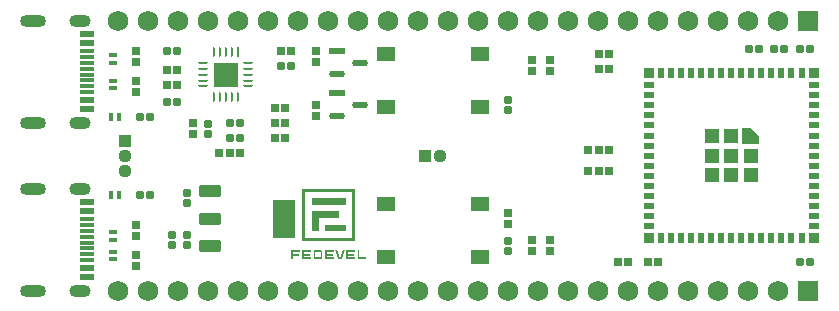
<source format=gts>
G04*
G04 #@! TF.GenerationSoftware,Altium Limited,Altium Designer,24.5.1 (21)*
G04*
G04 Layer_Color=8388736*
%FSLAX25Y25*%
%MOIN*%
G70*
G04*
G04 #@! TF.SameCoordinates,768C5CE1-1E73-4EAB-B0B2-AB3AEEDBA731*
G04*
G04*
G04 #@! TF.FilePolarity,Negative*
G04*
G01*
G75*
%ADD19R,0.04528X0.01181*%
%ADD20R,0.04528X0.02362*%
G04:AMPARAMS|DCode=28|XSize=53.43mil|YSize=22.53mil|CornerRadius=11.26mil|HoleSize=0mil|Usage=FLASHONLY|Rotation=0.000|XOffset=0mil|YOffset=0mil|HoleType=Round|Shape=RoundedRectangle|*
%AMROUNDEDRECTD28*
21,1,0.05343,0.00000,0,0,0.0*
21,1,0.03091,0.02253,0,0,0.0*
1,1,0.02253,0.01545,0.00000*
1,1,0.02253,-0.01545,0.00000*
1,1,0.02253,-0.01545,0.00000*
1,1,0.02253,0.01545,0.00000*
%
%ADD28ROUNDEDRECTD28*%
%ADD29R,0.05343X0.02253*%
G04:AMPARAMS|DCode=31|XSize=9.55mil|YSize=33.06mil|CornerRadius=4.77mil|HoleSize=0mil|Usage=FLASHONLY|Rotation=270.000|XOffset=0mil|YOffset=0mil|HoleType=Round|Shape=RoundedRectangle|*
%AMROUNDEDRECTD31*
21,1,0.00955,0.02351,0,0,270.0*
21,1,0.00000,0.03306,0,0,270.0*
1,1,0.00955,-0.01176,0.00000*
1,1,0.00955,-0.01176,0.00000*
1,1,0.00955,0.01176,0.00000*
1,1,0.00955,0.01176,0.00000*
%
%ADD31ROUNDEDRECTD31*%
G04:AMPARAMS|DCode=32|XSize=33.06mil|YSize=9.55mil|CornerRadius=4.77mil|HoleSize=0mil|Usage=FLASHONLY|Rotation=270.000|XOffset=0mil|YOffset=0mil|HoleType=Round|Shape=RoundedRectangle|*
%AMROUNDEDRECTD32*
21,1,0.03306,0.00000,0,0,270.0*
21,1,0.02351,0.00955,0,0,270.0*
1,1,0.00955,0.00000,-0.01176*
1,1,0.00955,0.00000,0.01176*
1,1,0.00955,0.00000,0.01176*
1,1,0.00955,0.00000,-0.01176*
%
%ADD32ROUNDEDRECTD32*%
%ADD33R,0.00955X0.03306*%
%ADD34R,0.06102X0.05118*%
%ADD37R,0.02526X0.02762*%
%ADD38R,0.02762X0.02526*%
G04:AMPARAMS|DCode=39|XSize=27.62mil|YSize=25.26mil|CornerRadius=7.63mil|HoleSize=0mil|Usage=FLASHONLY|Rotation=270.000|XOffset=0mil|YOffset=0mil|HoleType=Round|Shape=RoundedRectangle|*
%AMROUNDEDRECTD39*
21,1,0.02762,0.00999,0,0,270.0*
21,1,0.01235,0.02526,0,0,270.0*
1,1,0.01527,-0.00500,-0.00618*
1,1,0.01527,-0.00500,0.00618*
1,1,0.01527,0.00500,0.00618*
1,1,0.01527,0.00500,-0.00618*
%
%ADD39ROUNDEDRECTD39*%
%ADD40R,0.01778X0.02762*%
%ADD41R,0.02762X0.01778*%
G04:AMPARAMS|DCode=42|XSize=27.62mil|YSize=25.26mil|CornerRadius=7.63mil|HoleSize=0mil|Usage=FLASHONLY|Rotation=180.000|XOffset=0mil|YOffset=0mil|HoleType=Round|Shape=RoundedRectangle|*
%AMROUNDEDRECTD42*
21,1,0.02762,0.00999,0,0,180.0*
21,1,0.01235,0.02526,0,0,180.0*
1,1,0.01527,-0.00618,0.00500*
1,1,0.01527,0.00618,0.00500*
1,1,0.01527,0.00618,-0.00500*
1,1,0.01527,-0.00618,-0.00500*
%
%ADD42ROUNDEDRECTD42*%
%ADD43R,0.03550X0.03550*%
%ADD44R,0.01975X0.03550*%
%ADD45R,0.03550X0.01975*%
%ADD46R,0.05124X0.05124*%
%ADD47R,0.03156X0.02762*%
%ADD48R,0.08071X0.08071*%
G04:AMPARAMS|DCode=49|XSize=39.43mil|YSize=72.9mil|CornerRadius=3.95mil|HoleSize=0mil|Usage=FLASHONLY|Rotation=90.000|XOffset=0mil|YOffset=0mil|HoleType=Round|Shape=RoundedRectangle|*
%AMROUNDEDRECTD49*
21,1,0.03943,0.06500,0,0,90.0*
21,1,0.03154,0.07290,0,0,90.0*
1,1,0.00790,0.03250,0.01577*
1,1,0.00790,0.03250,-0.01577*
1,1,0.00790,-0.03250,-0.01577*
1,1,0.00790,-0.03250,0.01577*
%
%ADD49ROUNDEDRECTD49*%
G04:AMPARAMS|DCode=50|XSize=129.98mil|YSize=72.9mil|CornerRadius=4.07mil|HoleSize=0mil|Usage=FLASHONLY|Rotation=90.000|XOffset=0mil|YOffset=0mil|HoleType=Round|Shape=RoundedRectangle|*
%AMROUNDEDRECTD50*
21,1,0.12998,0.06476,0,0,90.0*
21,1,0.12185,0.07290,0,0,90.0*
1,1,0.00813,0.03238,0.06093*
1,1,0.00813,0.03238,-0.06093*
1,1,0.00813,-0.03238,-0.06093*
1,1,0.00813,-0.03238,0.06093*
%
%ADD50ROUNDEDRECTD50*%
%ADD51R,0.04400X0.04400*%
%ADD52C,0.04400*%
G04:AMPARAMS|DCode=53|XSize=39.37mil|YSize=70.87mil|CornerRadius=19.68mil|HoleSize=0mil|Usage=FLASHONLY|Rotation=270.000|XOffset=0mil|YOffset=0mil|HoleType=Round|Shape=RoundedRectangle|*
%AMROUNDEDRECTD53*
21,1,0.03937,0.03150,0,0,270.0*
21,1,0.00000,0.07087,0,0,270.0*
1,1,0.03937,-0.01575,0.00000*
1,1,0.03937,-0.01575,0.00000*
1,1,0.03937,0.01575,0.00000*
1,1,0.03937,0.01575,0.00000*
%
%ADD53ROUNDEDRECTD53*%
G04:AMPARAMS|DCode=54|XSize=39.37mil|YSize=86.61mil|CornerRadius=19.68mil|HoleSize=0mil|Usage=FLASHONLY|Rotation=270.000|XOffset=0mil|YOffset=0mil|HoleType=Round|Shape=RoundedRectangle|*
%AMROUNDEDRECTD54*
21,1,0.03937,0.04724,0,0,270.0*
21,1,0.00000,0.08661,0,0,270.0*
1,1,0.03937,-0.02362,0.00000*
1,1,0.03937,-0.02362,0.00000*
1,1,0.03937,0.02362,0.00000*
1,1,0.03937,0.02362,0.00000*
%
%ADD54ROUNDEDRECTD54*%
%ADD55R,0.06800X0.06800*%
%ADD56C,0.06800*%
%ADD57R,0.04400X0.04400*%
G36*
X248756Y56693D02*
Y53740D01*
X243244D01*
Y59252D01*
X246197D01*
X248756Y56693D01*
D02*
G37*
G36*
X96633Y39029D02*
X97089D01*
X114213Y39030D01*
X114221Y39022D01*
X114224Y39011D01*
X114226Y38993D01*
X114224Y21584D01*
X114214Y21572D01*
X114203Y21569D01*
X114168Y21572D01*
X96559Y21571D01*
X96548Y21579D01*
X96545Y21590D01*
X96543Y21617D01*
X96545Y39017D01*
X96557Y39032D01*
X96633Y39029D01*
D02*
G37*
G36*
X99498Y18420D02*
X99511Y18408D01*
X99513Y18373D01*
X99512Y17875D01*
X99513Y17844D01*
X99502Y17825D01*
X99488Y17818D01*
X97158Y17820D01*
X97149Y17816D01*
X97145Y17811D01*
X97140Y17790D01*
X97142Y17242D01*
X97149Y17235D01*
X99129Y17232D01*
X99135Y17225D01*
X99138Y17215D01*
X99135Y17163D01*
X99137Y16652D01*
X99131Y16638D01*
X99118Y16633D01*
X99079Y16634D01*
X97179Y16633D01*
X97171Y16635D01*
X97149Y16633D01*
X97145Y16629D01*
X97140Y16607D01*
X97142Y16056D01*
X97152Y16047D01*
X97167Y16045D01*
X99493Y16047D01*
X99511Y16035D01*
X99513Y16024D01*
X99512Y15990D01*
X99513Y15503D01*
X99511Y15494D01*
X99513Y15475D01*
X99511Y15457D01*
X99504Y15450D01*
X99493Y15447D01*
X99474Y15444D01*
X99439Y15447D01*
X96556Y15446D01*
X96547Y15450D01*
X96540Y15457D01*
X96537Y15467D01*
X96540Y15511D01*
Y16116D01*
Y16118D01*
X96543Y18414D01*
X96549Y18420D01*
X96560Y18423D01*
X99498Y18420D01*
D02*
G37*
G36*
X106985D02*
X106989Y18417D01*
X106991Y18398D01*
X106989Y17828D01*
X106976Y17816D01*
X106925Y17818D01*
X104635Y17816D01*
X104623Y17803D01*
X104620Y17793D01*
X104619Y17251D01*
X104626Y17242D01*
X104630Y17238D01*
X104648Y17235D01*
X106604Y17232D01*
X106616Y17223D01*
X106619Y17212D01*
X106616Y17185D01*
X106617Y16657D01*
X106612Y16644D01*
X106606Y16638D01*
X106585Y16633D01*
X106548Y16634D01*
X104989Y16633D01*
X104986D01*
X104647Y16634D01*
X104636Y16631D01*
X104627Y16625D01*
X104623Y16621D01*
X104620Y16610D01*
X104623Y16059D01*
X104630Y16052D01*
X104643Y16047D01*
X106972Y16048D01*
X106983Y16045D01*
X106989Y16040D01*
X106991Y16029D01*
X106994Y16016D01*
X106991Y16007D01*
X106993Y15463D01*
X106990Y15452D01*
X106985Y15447D01*
X106966Y15444D01*
X106930Y15447D01*
X104056Y15446D01*
X104026Y15449D01*
X104017Y15455D01*
X104013Y15470D01*
X104015Y15489D01*
X104018Y18411D01*
X104022Y18418D01*
X104041Y18423D01*
X106985Y18420D01*
D02*
G37*
G36*
X95761D02*
X95765Y18417D01*
X95770Y18403D01*
X95768Y17830D01*
X95755Y17818D01*
X95736Y17816D01*
X95728Y17818D01*
X93414Y17816D01*
X93407Y17809D01*
X93402Y17790D01*
X93405Y17242D01*
X93409Y17235D01*
X93422Y17230D01*
X95388Y17227D01*
X95395Y17220D01*
X95398Y17209D01*
X95399Y16654D01*
X95396Y16641D01*
X95389Y16631D01*
X95377Y16627D01*
X95367Y16625D01*
X94867D01*
X93421Y16626D01*
X93411Y16619D01*
X93407Y16615D01*
X93402Y16602D01*
X93403Y15461D01*
X93396Y15451D01*
X93384Y15447D01*
X93345Y15446D01*
X92849Y15447D01*
X92841Y15444D01*
X92812Y15447D01*
X92797Y15459D01*
X92794Y15470D01*
X92797Y15481D01*
X92800Y18408D01*
X92806Y18418D01*
X92825Y18423D01*
X95761Y18420D01*
D02*
G37*
G36*
X114157D02*
X114167Y18411D01*
X114170Y18384D01*
X114167Y17833D01*
X114160Y17824D01*
X114147Y17818D01*
X113334D01*
X111808Y17816D01*
X111798Y17809D01*
X111793Y17795D01*
X111792Y17251D01*
X111797Y17240D01*
X111811Y17235D01*
X113787Y17232D01*
X113800Y17220D01*
X113797Y17161D01*
X113798Y16654D01*
X113794Y16645D01*
X113787Y16638D01*
X113766Y16633D01*
X113729Y16634D01*
X111851Y16633D01*
X111843Y16635D01*
X111824Y16633D01*
X111802Y16630D01*
X111796Y16623D01*
X111793Y16604D01*
X111796Y16059D01*
X111800Y16052D01*
X111819Y16047D01*
X114157Y16044D01*
X114167Y16037D01*
X114170Y16026D01*
X114167Y15454D01*
X114163Y15450D01*
X114152Y15447D01*
X114110Y15446D01*
X111257Y15447D01*
X111249Y15444D01*
X111222Y15447D01*
X111203Y15450D01*
X111196Y15457D01*
X111195Y15471D01*
X111197Y18404D01*
X111202Y18414D01*
X111208Y18420D01*
X111227Y18423D01*
X114157Y18420D01*
D02*
G37*
G36*
X110666D02*
X110670Y18417D01*
X110672Y18403D01*
X110670Y18395D01*
X110663Y18377D01*
X110651Y18349D01*
X110644Y18318D01*
X110638Y18304D01*
X110626Y18276D01*
X110624Y18265D01*
X110617Y18237D01*
X110611Y18223D01*
X110599Y18195D01*
X110594Y18173D01*
X110584Y18148D01*
X110572Y18119D01*
X110566Y18088D01*
X110555Y18061D01*
X110548Y18046D01*
X110543Y18025D01*
X110540Y18009D01*
X110526Y17979D01*
X110521Y17966D01*
X110517Y17948D01*
X110514Y17934D01*
X110503Y17907D01*
X110497Y17892D01*
X110491Y17874D01*
X110489Y17863D01*
X110482Y17845D01*
X110472Y17828D01*
X110467Y17809D01*
X110464Y17790D01*
X110462Y17779D01*
X110443Y17739D01*
X110440Y17720D01*
X110435Y17698D01*
X110424Y17679D01*
X110418Y17666D01*
X110416Y17655D01*
X110413Y17636D01*
X110410Y17625D01*
X110397Y17601D01*
X110391Y17587D01*
X110389Y17577D01*
X110382Y17548D01*
X110370Y17528D01*
X110364Y17509D01*
X110360Y17486D01*
X110358Y17475D01*
X110343Y17447D01*
X110337Y17425D01*
X110333Y17402D01*
X110328Y17389D01*
X110316Y17369D01*
X110313Y17350D01*
X110310Y17339D01*
X110306Y17321D01*
X110297Y17307D01*
X110286Y17282D01*
X110283Y17261D01*
X110278Y17247D01*
X110267Y17223D01*
X110259Y17196D01*
X110256Y17180D01*
X110251Y17166D01*
X110240Y17142D01*
X110235Y17123D01*
X110231Y17105D01*
X110220Y17076D01*
X110216Y17072D01*
X110208Y17042D01*
X110204Y17022D01*
X110196Y17005D01*
X110183Y16977D01*
X110181Y16966D01*
X110175Y16942D01*
X110162Y16912D01*
X110156Y16893D01*
X110154Y16883D01*
X110150Y16868D01*
X110143Y16850D01*
X110135Y16831D01*
X110129Y16812D01*
X110125Y16795D01*
X110117Y16773D01*
X110110Y16758D01*
X110102Y16731D01*
X110100Y16715D01*
X110086Y16693D01*
X110081Y16680D01*
X110075Y16648D01*
X110069Y16630D01*
X110056Y16607D01*
X110054Y16596D01*
X110044Y16554D01*
X110029Y16526D01*
X110027Y16515D01*
X110024Y16496D01*
X110021Y16486D01*
X110003Y16445D01*
X109999Y16428D01*
X109996Y16417D01*
X109990Y16403D01*
X109978Y16383D01*
X109974Y16360D01*
X109971Y16344D01*
X109963Y16322D01*
X109959Y16318D01*
X109951Y16299D01*
X109949Y16280D01*
X109946Y16270D01*
X109942Y16255D01*
X109927Y16226D01*
X109924Y16216D01*
X109920Y16193D01*
X109917Y16179D01*
X109903Y16151D01*
X109897Y16132D01*
X109893Y16117D01*
X109882Y16090D01*
X109876Y16075D01*
X109870Y16053D01*
X109868Y16037D01*
X109861Y16025D01*
X109859Y16024D01*
X109857Y16018D01*
X109843Y15989D01*
X109836Y15971D01*
X109830Y15964D01*
X109827Y15959D01*
X109819Y15940D01*
X109815Y15923D01*
X109811Y15913D01*
X109799Y15898D01*
X109792Y15881D01*
X109788Y15866D01*
X109781Y15856D01*
X109776Y15851D01*
X109773Y15845D01*
X109757Y15816D01*
X109743Y15802D01*
X109737Y15785D01*
X109727Y15770D01*
X109719Y15762D01*
X109703Y15732D01*
X109692Y15721D01*
X109678Y15697D01*
X109665Y15683D01*
X109654Y15664D01*
X109641Y15651D01*
X109638Y15646D01*
X109626Y15631D01*
X109611Y15619D01*
X109599Y15604D01*
X109593Y15601D01*
X109572Y15579D01*
X109553Y15569D01*
X109545Y15561D01*
X109539Y15558D01*
X109531Y15550D01*
X109507Y15536D01*
X109499Y15528D01*
X109473Y15519D01*
X109464Y15512D01*
X109458Y15507D01*
X109439Y15498D01*
X109425Y15494D01*
X109411Y15489D01*
X109388Y15477D01*
X109377Y15474D01*
X109358Y15471D01*
X109330Y15465D01*
X109291Y15452D01*
X109249Y15449D01*
X108998Y15446D01*
X108978Y15444D01*
X108969Y15447D01*
X108907Y15452D01*
X108899Y15455D01*
X108861Y15466D01*
X108851Y15469D01*
X108809Y15478D01*
X108775Y15496D01*
X108755Y15500D01*
X108745Y15504D01*
X108730Y15516D01*
X108716Y15523D01*
X108698Y15529D01*
X108686Y15542D01*
X108680Y15544D01*
X108656Y15558D01*
X108643Y15571D01*
X108629Y15579D01*
X108613Y15596D01*
X108608Y15598D01*
X108569Y15638D01*
X108566Y15643D01*
X108547Y15662D01*
X108539Y15675D01*
X108525Y15689D01*
X108514Y15708D01*
X108502Y15723D01*
X108490Y15746D01*
X108477Y15759D01*
X108474Y15765D01*
X108460Y15789D01*
X108452Y15797D01*
X108450Y15802D01*
X108436Y15827D01*
X108428Y15835D01*
X108425Y15840D01*
X108396Y15902D01*
X108386Y15928D01*
X108379Y15937D01*
X108374Y15943D01*
X108369Y15956D01*
X108356Y15990D01*
X108352Y15994D01*
X108342Y16018D01*
X108336Y16037D01*
X108317Y16078D01*
X108315Y16089D01*
X108308Y16117D01*
X108293Y16145D01*
X108290Y16156D01*
X108286Y16179D01*
X108284Y16190D01*
X108280Y16199D01*
X108266Y16229D01*
X108263Y16240D01*
X108259Y16263D01*
X108254Y16276D01*
X108242Y16296D01*
X108232Y16338D01*
X108227Y16352D01*
X108215Y16372D01*
X108211Y16395D01*
X108208Y16406D01*
X108200Y16428D01*
X108193Y16442D01*
X108188Y16461D01*
X108185Y16472D01*
X108181Y16487D01*
X108173Y16509D01*
X108166Y16523D01*
X108161Y16542D01*
X108157Y16560D01*
X108154Y16571D01*
X108144Y16591D01*
X108139Y16604D01*
X108134Y16623D01*
X108130Y16641D01*
X108115Y16672D01*
X108107Y16699D01*
X108100Y16727D01*
X108085Y16761D01*
X108080Y16783D01*
X108076Y16797D01*
X108069Y16815D01*
X108061Y16834D01*
X108055Y16853D01*
X108051Y16870D01*
X108043Y16892D01*
X108036Y16907D01*
X108028Y16934D01*
X108026Y16945D01*
X108019Y16962D01*
X108007Y16982D01*
X108003Y17005D01*
X108000Y17019D01*
X107997Y17030D01*
X107982Y17058D01*
X107977Y17080D01*
X107973Y17103D01*
X107968Y17116D01*
X107955Y17136D01*
X107950Y17169D01*
X107947Y17180D01*
X107941Y17197D01*
X107934Y17204D01*
X107928Y17217D01*
X107926Y17228D01*
X107919Y17257D01*
X107907Y17279D01*
X107901Y17298D01*
X107899Y17317D01*
X107896Y17328D01*
X107877Y17369D01*
X107868Y17411D01*
X107864Y17420D01*
X107855Y17433D01*
X107850Y17447D01*
X107846Y17473D01*
X107843Y17483D01*
X107839Y17493D01*
X107828Y17509D01*
X107823Y17528D01*
X107819Y17548D01*
X107811Y17570D01*
X107799Y17598D01*
X107792Y17629D01*
X107787Y17643D01*
X107780Y17658D01*
X107774Y17671D01*
X107772Y17682D01*
X107765Y17710D01*
X107760Y17724D01*
X107747Y17752D01*
X107741Y17783D01*
X107735Y17797D01*
X107723Y17817D01*
X107719Y17832D01*
X107716Y17848D01*
X107714Y17859D01*
X107708Y17872D01*
X107696Y17901D01*
X107691Y17922D01*
X107687Y17940D01*
X107681Y17953D01*
X107669Y17982D01*
X107667Y17992D01*
X107660Y18021D01*
X107652Y18037D01*
X107646Y18050D01*
X107642Y18065D01*
X107640Y18076D01*
X107635Y18091D01*
X107618Y18125D01*
X107613Y18157D01*
X107603Y18183D01*
X107599Y18187D01*
X107591Y18206D01*
X107587Y18229D01*
X107584Y18242D01*
X107579Y18256D01*
X107569Y18273D01*
X107564Y18292D01*
X107561Y18311D01*
X107552Y18337D01*
X107542Y18354D01*
X107537Y18373D01*
X107534Y18384D01*
X107530Y18399D01*
X107529Y18414D01*
X107536Y18420D01*
X107554Y18423D01*
X108127Y18420D01*
X108134Y18414D01*
X108136Y18408D01*
X108150Y18387D01*
X108155Y18368D01*
X108158Y18357D01*
X108170Y18323D01*
X108182Y18295D01*
X108186Y18277D01*
X108194Y18256D01*
X108207Y18227D01*
X108212Y18209D01*
X108216Y18191D01*
X108231Y18163D01*
X108239Y18130D01*
X108246Y18113D01*
X108250Y18109D01*
X108258Y18090D01*
X108265Y18061D01*
X108271Y18044D01*
X108274Y18038D01*
X108285Y18014D01*
X108289Y17997D01*
X108292Y17986D01*
X108297Y17972D01*
X108309Y17944D01*
X108317Y17917D01*
X108321Y17902D01*
X108336Y17874D01*
X108340Y17856D01*
X108343Y17845D01*
X108350Y17828D01*
X108363Y17798D01*
X108370Y17767D01*
X108375Y17753D01*
X108379Y17749D01*
X108382Y17744D01*
X108387Y17730D01*
X108390Y17720D01*
X108394Y17702D01*
X108400Y17689D01*
X108414Y17655D01*
X108417Y17644D01*
X108421Y17627D01*
X108427Y17613D01*
X108431Y17609D01*
X108442Y17585D01*
X108446Y17559D01*
X108451Y17546D01*
X108463Y17528D01*
X108467Y17510D01*
X108470Y17497D01*
X108473Y17486D01*
X108478Y17473D01*
X108490Y17450D01*
X108493Y17439D01*
X108497Y17421D01*
X108505Y17400D01*
X108517Y17371D01*
X108523Y17352D01*
X108527Y17335D01*
X108537Y17319D01*
X108544Y17301D01*
X108552Y17263D01*
X108566Y17244D01*
X108571Y17225D01*
X108575Y17205D01*
X108583Y17184D01*
X108593Y17166D01*
X108598Y17147D01*
X108602Y17130D01*
X108620Y17090D01*
X108625Y17072D01*
X108629Y17054D01*
X108633Y17045D01*
X108647Y17023D01*
X108650Y17004D01*
X108652Y16993D01*
X108656Y16978D01*
X108666Y16966D01*
X108671Y16953D01*
X108677Y16931D01*
X108680Y16914D01*
X108686Y16900D01*
X108698Y16880D01*
X108705Y16849D01*
X108710Y16835D01*
X108722Y16807D01*
X108728Y16788D01*
X108730Y16777D01*
X108737Y16760D01*
X108749Y16739D01*
X108752Y16729D01*
X108755Y16710D01*
X108757Y16699D01*
X108768Y16680D01*
X108779Y16656D01*
X108782Y16634D01*
X108787Y16621D01*
X108803Y16586D01*
X108806Y16575D01*
X108809Y16558D01*
X108828Y16518D01*
X108833Y16499D01*
X108837Y16479D01*
X108851Y16457D01*
X108857Y16434D01*
X108864Y16406D01*
X108882Y16372D01*
X108884Y16353D01*
X108887Y16342D01*
X108893Y16329D01*
X108903Y16313D01*
X108909Y16294D01*
X108913Y16274D01*
X108918Y16260D01*
X108930Y16237D01*
X108936Y16218D01*
X108942Y16190D01*
X108952Y16175D01*
X108957Y16170D01*
X108963Y16156D01*
X108974Y16137D01*
X108984Y16126D01*
X108987Y16121D01*
X109002Y16101D01*
X109007Y16098D01*
X109019Y16086D01*
X109022Y16080D01*
X109029Y16074D01*
X109048Y16066D01*
X109065Y16059D01*
X109080Y16052D01*
X109091Y16049D01*
X109121Y16052D01*
X109156Y16068D01*
X109161Y16071D01*
X109168Y16075D01*
X109171Y16080D01*
X109186Y16095D01*
X109191Y16098D01*
X109195Y16102D01*
X109198Y16107D01*
X109222Y16132D01*
X109225Y16142D01*
X109230Y16148D01*
X109233Y16153D01*
X109244Y16164D01*
X109249Y16183D01*
X109253Y16198D01*
X109271Y16232D01*
X109275Y16255D01*
X109277Y16265D01*
X109281Y16275D01*
X109292Y16291D01*
X109298Y16310D01*
X109302Y16330D01*
X109307Y16344D01*
X109319Y16367D01*
X109325Y16386D01*
X109331Y16414D01*
X109341Y16429D01*
X109349Y16448D01*
X109352Y16467D01*
X109354Y16477D01*
X109368Y16502D01*
X109373Y16515D01*
X109376Y16526D01*
X109380Y16549D01*
X109394Y16571D01*
X109400Y16588D01*
X109404Y16611D01*
X109412Y16633D01*
X109425Y16653D01*
X109429Y16670D01*
X109431Y16687D01*
X109434Y16698D01*
X109443Y16712D01*
X109452Y16731D01*
X109454Y16742D01*
X109461Y16770D01*
X109472Y16787D01*
X109479Y16804D01*
X109483Y16827D01*
X109485Y16838D01*
X109495Y16853D01*
X109503Y16872D01*
X109506Y16883D01*
X109510Y16903D01*
X109515Y16916D01*
X109527Y16937D01*
X109531Y16951D01*
X109537Y16978D01*
X109542Y16992D01*
X109549Y16999D01*
X109554Y17012D01*
X109560Y17034D01*
X109562Y17050D01*
X109573Y17069D01*
X109581Y17088D01*
X109584Y17099D01*
X109588Y17121D01*
X109597Y17136D01*
X109608Y17161D01*
X109612Y17184D01*
X109620Y17205D01*
X109624Y17209D01*
X109633Y17228D01*
X109638Y17250D01*
X109641Y17266D01*
X109657Y17293D01*
X109662Y17315D01*
X109668Y17339D01*
X109681Y17360D01*
X109687Y17379D01*
X109693Y17411D01*
X109711Y17444D01*
X109718Y17473D01*
X109726Y17494D01*
X109738Y17523D01*
X109746Y17555D01*
X109757Y17574D01*
X109762Y17587D01*
X109768Y17609D01*
X109770Y17625D01*
X109781Y17644D01*
X109786Y17650D01*
X109791Y17664D01*
X109793Y17681D01*
X109796Y17694D01*
X109813Y17728D01*
X109819Y17749D01*
X109823Y17764D01*
X109828Y17778D01*
X109843Y17811D01*
X109850Y17840D01*
X109865Y17868D01*
X109870Y17890D01*
X109874Y17907D01*
X109880Y17921D01*
X109886Y17930D01*
X109895Y17949D01*
X109898Y17975D01*
X109904Y17988D01*
X109916Y18009D01*
X109922Y18030D01*
X109925Y18045D01*
X109934Y18067D01*
X109946Y18095D01*
X109949Y18106D01*
X109952Y18121D01*
X109958Y18134D01*
X109962Y18138D01*
X109967Y18152D01*
X109973Y18171D01*
X109976Y18181D01*
X109978Y18198D01*
X109997Y18227D01*
X110001Y18253D01*
X110004Y18264D01*
X110009Y18277D01*
X110013Y18281D01*
X110016Y18287D01*
X110021Y18300D01*
X110027Y18322D01*
X110039Y18356D01*
X110051Y18384D01*
X110055Y18402D01*
X110063Y18415D01*
X110077Y18420D01*
X110088Y18423D01*
X110656Y18425D01*
X110666Y18420D01*
D02*
G37*
G36*
X115521D02*
X115531Y18411D01*
X115533Y18400D01*
X115536Y18365D01*
X115533Y18354D01*
X115536Y18311D01*
X115535Y16084D01*
X115536Y16083D01*
X115533Y16080D01*
X115536Y16072D01*
X115539Y16059D01*
X115548Y16049D01*
X115567Y16047D01*
X117888Y16048D01*
X117898Y16044D01*
X117904Y16037D01*
X117907Y16026D01*
X117904Y15454D01*
X117898Y15447D01*
X117887Y15444D01*
X117836Y15447D01*
X115148D01*
X114972Y15446D01*
X114942Y15449D01*
X114931Y15454D01*
X114928Y15465D01*
X114930Y15501D01*
X114928Y18395D01*
X114931Y18403D01*
X114934Y18414D01*
X114938Y18418D01*
X114951Y18423D01*
X115521Y18420D01*
D02*
G37*
G36*
X102726D02*
X102734Y18418D01*
X102757Y18414D01*
X102772Y18410D01*
X102782Y18407D01*
X102820Y18402D01*
X102849Y18395D01*
X102870Y18381D01*
X102885Y18377D01*
X102896Y18375D01*
X102911Y18371D01*
X102920Y18364D01*
X102926Y18358D01*
X102931Y18356D01*
X102944Y18350D01*
X102969Y18337D01*
X102977Y18329D01*
X103007Y18313D01*
X103017Y18302D01*
X103036Y18291D01*
X103066Y18261D01*
X103070Y18260D01*
X103073Y18254D01*
X103127Y18200D01*
X103138Y18181D01*
X103142Y18175D01*
X103146Y18173D01*
X103148Y18168D01*
X103165Y18138D01*
X103175Y18127D01*
X103183Y18101D01*
X103192Y18087D01*
X103205Y18068D01*
X103209Y18050D01*
X103212Y18037D01*
X103227Y18009D01*
X103232Y17987D01*
X103236Y17953D01*
X103239Y17943D01*
X103244Y17929D01*
X103247Y17891D01*
X103254Y17874D01*
X103251Y15986D01*
X103248Y15978D01*
X103244Y15944D01*
X103240Y15929D01*
X103237Y15918D01*
X103235Y15900D01*
X103228Y15860D01*
X103224Y15851D01*
X103208Y15816D01*
X103204Y15801D01*
X103198Y15787D01*
X103189Y15778D01*
X103183Y15765D01*
X103174Y15739D01*
X103162Y15727D01*
X103146Y15697D01*
X103138Y15689D01*
X103135Y15683D01*
X103124Y15667D01*
X103121Y15662D01*
X103100Y15640D01*
X103097Y15635D01*
X103093Y15631D01*
X103088Y15628D01*
X103073Y15613D01*
X103070Y15608D01*
X103066Y15604D01*
X103061Y15601D01*
X103048Y15589D01*
X103046Y15584D01*
X103016Y15565D01*
X103004Y15552D01*
X102986Y15546D01*
X102971Y15531D01*
X102966Y15528D01*
X102936Y15512D01*
X102931Y15507D01*
X102917Y15501D01*
X102907Y15498D01*
X102881Y15489D01*
X102853Y15477D01*
X102834Y15471D01*
X102789Y15462D01*
X102768Y15454D01*
X102753Y15450D01*
X102701Y15447D01*
X102693Y15444D01*
X102642Y15447D01*
X102431D01*
X100291Y15446D01*
X100282Y15450D01*
X100275Y15467D01*
X100278Y15494D01*
X100280Y18414D01*
X100284Y18420D01*
X100295Y18423D01*
X102726Y18420D01*
D02*
G37*
%LPC*%
G36*
X113158Y38003D02*
X113150Y38000D01*
X101000D01*
X97599Y38001D01*
X97588Y37999D01*
X97580Y37990D01*
X97577Y37972D01*
X97580Y37964D01*
X97582Y22619D01*
X97592Y22609D01*
X97603Y22606D01*
X97638Y22609D01*
X113173Y22608D01*
X113182Y22615D01*
X113187Y22619D01*
X113189Y22637D01*
X113191Y37984D01*
X113187Y37993D01*
X113180Y38000D01*
X113158Y38003D01*
D02*
G37*
%LPD*%
G36*
X99852Y35888D02*
X106147D01*
X110941Y35885D01*
X110950Y35876D01*
X110956Y35854D01*
X110953Y35811D01*
X110954Y33657D01*
X110944Y33647D01*
X110892Y33644D01*
X99851Y33645D01*
X99825Y33644D01*
X99813Y33651D01*
X99810Y33661D01*
X99813Y35876D01*
X99822Y35888D01*
X99833Y35891D01*
X99852Y35888D01*
D02*
G37*
G36*
X108721Y31419D02*
X108730Y31412D01*
X108733Y31401D01*
X108735Y31389D01*
X108733Y29219D01*
X108736Y29211D01*
X108732Y29196D01*
X108724Y29188D01*
X108713Y29185D01*
X107560D01*
X102082Y29186D01*
X102072Y29182D01*
X102068Y29178D01*
X102065Y29168D01*
X102063Y24739D01*
X102056Y24732D01*
X102037Y24729D01*
X102026Y24732D01*
X99825Y24735D01*
X99818Y24741D01*
X99816Y24752D01*
X99813Y29186D01*
X99810Y29195D01*
X99813Y31412D01*
X99820Y31419D01*
X99831Y31421D01*
X99864Y31420D01*
X108675Y31421D01*
X108683Y31419D01*
X108691Y31421D01*
X108721Y31419D01*
D02*
G37*
G36*
X110938Y26968D02*
X110950Y26959D01*
X110953Y26948D01*
X110956Y26929D01*
X110953Y26902D01*
X110954Y24740D01*
X110949Y24732D01*
X110930Y24726D01*
X104249Y24729D01*
X104239Y24739D01*
X104237Y24755D01*
X104239Y24763D01*
X104242Y26956D01*
X104252Y26968D01*
X104262Y26971D01*
X104296Y26969D01*
X109213Y26971D01*
X109215D01*
X110938Y26968D01*
D02*
G37*
%LPC*%
G36*
X102531Y17818D02*
X100892Y17816D01*
X100880Y17803D01*
X100877Y17785D01*
X100880Y16059D01*
X100889Y16049D01*
X100908Y16047D01*
X101546D01*
X102553Y16049D01*
X102575Y16063D01*
X102592Y16070D01*
X102602Y16076D01*
X102611Y16086D01*
X102614Y16091D01*
X102623Y16101D01*
X102627Y16102D01*
X102630Y16107D01*
X102638Y16126D01*
X102642Y16144D01*
X102646Y16159D01*
X102649Y16170D01*
X102646Y17720D01*
X102641Y17733D01*
X102634Y17751D01*
X102624Y17766D01*
X102603Y17787D01*
X102600Y17793D01*
X102596Y17797D01*
X102591Y17799D01*
X102572Y17808D01*
X102542Y17816D01*
X102531Y17818D01*
D02*
G37*
%LPD*%
D19*
X24764Y84882D02*
D03*
Y82913D02*
D03*
Y80945D02*
D03*
Y78976D02*
D03*
Y77008D02*
D03*
Y75039D02*
D03*
Y73071D02*
D03*
Y71102D02*
D03*
Y15118D02*
D03*
Y17087D02*
D03*
Y19055D02*
D03*
Y21024D02*
D03*
Y22992D02*
D03*
Y24961D02*
D03*
Y26929D02*
D03*
Y28898D02*
D03*
D20*
Y68543D02*
D03*
Y87441D02*
D03*
Y90591D02*
D03*
Y65394D02*
D03*
Y9409D02*
D03*
Y34606D02*
D03*
Y31457D02*
D03*
Y12559D02*
D03*
D28*
X115742Y67000D02*
D03*
X108258Y63260D02*
D03*
X115742Y81000D02*
D03*
X108258Y77260D02*
D03*
D29*
Y70740D02*
D03*
Y84740D02*
D03*
D31*
X78541Y80937D02*
D03*
Y78969D02*
D03*
Y77000D02*
D03*
Y75032D02*
D03*
Y73063D02*
D03*
X63459D02*
D03*
Y75032D02*
D03*
Y77000D02*
D03*
Y78969D02*
D03*
Y80937D02*
D03*
D32*
X74937Y69459D02*
D03*
X72969D02*
D03*
X71000D02*
D03*
X69032D02*
D03*
X67063D02*
D03*
Y84541D02*
D03*
X69032D02*
D03*
X71000D02*
D03*
X72969D02*
D03*
D33*
X74937D02*
D03*
D34*
X124350Y83858D02*
D03*
X155650D02*
D03*
X124350Y66142D02*
D03*
X155650D02*
D03*
X124350Y33858D02*
D03*
X155650D02*
D03*
X124350Y16142D02*
D03*
X155650D02*
D03*
D37*
X191898Y51800D02*
D03*
X195299D02*
D03*
X198701D02*
D03*
X195299D02*
D03*
Y44800D02*
D03*
X191898D02*
D03*
X198701D02*
D03*
X195299D02*
D03*
X72299Y51000D02*
D03*
X68898D02*
D03*
X72299D02*
D03*
X75701D02*
D03*
X51299Y78500D02*
D03*
X54701D02*
D03*
X51299Y73500D02*
D03*
X54701D02*
D03*
X198701Y84000D02*
D03*
X195299D02*
D03*
X211799Y14500D02*
D03*
X215201D02*
D03*
X201799D02*
D03*
X205201D02*
D03*
X90701Y66000D02*
D03*
X87299D02*
D03*
X90701Y56000D02*
D03*
X87299D02*
D03*
X89299Y85000D02*
D03*
X92701D02*
D03*
X90701Y61000D02*
D03*
X87299D02*
D03*
X198701Y79000D02*
D03*
X195299D02*
D03*
D38*
X179000Y18299D02*
D03*
Y21701D02*
D03*
X101000Y84701D02*
D03*
Y81299D02*
D03*
X165000Y30701D02*
D03*
Y27299D02*
D03*
X101000Y63299D02*
D03*
Y66701D02*
D03*
X41000Y13299D02*
D03*
Y16701D02*
D03*
Y26701D02*
D03*
Y23299D02*
D03*
Y84701D02*
D03*
Y81299D02*
D03*
Y71299D02*
D03*
Y74701D02*
D03*
X60000Y60701D02*
D03*
Y57299D02*
D03*
X179000Y78299D02*
D03*
Y81701D02*
D03*
D39*
X75693Y61000D02*
D03*
X72307D02*
D03*
Y56000D02*
D03*
X75693D02*
D03*
X51307Y85000D02*
D03*
X54693D02*
D03*
X42307Y63000D02*
D03*
X45693D02*
D03*
X262307Y14500D02*
D03*
X265693D02*
D03*
X262307Y85500D02*
D03*
X265693D02*
D03*
X92693Y80000D02*
D03*
X89307D02*
D03*
X51307Y68000D02*
D03*
X54693D02*
D03*
X45693Y37000D02*
D03*
X42307D02*
D03*
X245307Y85500D02*
D03*
X248693D02*
D03*
X253807D02*
D03*
X257193D02*
D03*
D40*
X35280Y63000D02*
D03*
X32721D02*
D03*
Y37000D02*
D03*
X35280D02*
D03*
D41*
X33500Y81000D02*
D03*
Y83559D02*
D03*
Y75000D02*
D03*
Y72441D02*
D03*
Y24559D02*
D03*
Y22000D02*
D03*
Y15441D02*
D03*
Y18000D02*
D03*
D42*
X65000Y60693D02*
D03*
Y57307D02*
D03*
X58000Y37693D02*
D03*
Y34307D02*
D03*
Y23693D02*
D03*
Y20307D02*
D03*
X53000D02*
D03*
Y23693D02*
D03*
X165000Y18307D02*
D03*
Y21693D02*
D03*
Y68693D02*
D03*
Y65307D02*
D03*
D43*
X267063Y77559D02*
D03*
X211945D02*
D03*
X267063Y22441D02*
D03*
X211945D02*
D03*
D44*
X262929Y77559D02*
D03*
X259583D02*
D03*
X256236D02*
D03*
X252890D02*
D03*
X249543D02*
D03*
X246197D02*
D03*
X242850D02*
D03*
X239504D02*
D03*
X236157D02*
D03*
X232811D02*
D03*
X229465D02*
D03*
X226118D02*
D03*
X222772D02*
D03*
X219425D02*
D03*
X216079D02*
D03*
Y22441D02*
D03*
X219425D02*
D03*
X222772D02*
D03*
X226118D02*
D03*
X229465D02*
D03*
X232811D02*
D03*
X236157D02*
D03*
X239504D02*
D03*
X242850D02*
D03*
X246197D02*
D03*
X249543D02*
D03*
X252890D02*
D03*
X256236D02*
D03*
X259583D02*
D03*
X262929D02*
D03*
D45*
X211945Y73425D02*
D03*
Y70079D02*
D03*
Y66732D02*
D03*
Y63386D02*
D03*
Y60039D02*
D03*
Y56693D02*
D03*
Y53347D02*
D03*
Y50000D02*
D03*
Y46654D02*
D03*
Y43307D02*
D03*
Y39961D02*
D03*
Y36614D02*
D03*
Y33268D02*
D03*
Y29921D02*
D03*
Y26575D02*
D03*
X267063D02*
D03*
Y29921D02*
D03*
Y33268D02*
D03*
Y36614D02*
D03*
Y39961D02*
D03*
Y43307D02*
D03*
Y46654D02*
D03*
Y50000D02*
D03*
Y53347D02*
D03*
Y56693D02*
D03*
Y60039D02*
D03*
Y63386D02*
D03*
Y66732D02*
D03*
Y70079D02*
D03*
Y73425D02*
D03*
D46*
X239504Y50000D02*
D03*
X246000D02*
D03*
Y43504D02*
D03*
X239504D02*
D03*
X233008D02*
D03*
Y50000D02*
D03*
Y56496D02*
D03*
X239504D02*
D03*
D47*
X173000Y78130D02*
D03*
Y81870D02*
D03*
Y18130D02*
D03*
Y21870D02*
D03*
D48*
X71000Y77000D02*
D03*
D49*
X65697Y38055D02*
D03*
Y29000D02*
D03*
Y19945D02*
D03*
D50*
X90303Y29000D02*
D03*
D51*
X137500Y50000D02*
D03*
D52*
X142500D02*
D03*
X37500Y45000D02*
D03*
Y50000D02*
D03*
D53*
X22500Y60984D02*
D03*
Y95000D02*
D03*
Y39016D02*
D03*
Y5000D02*
D03*
D54*
X6752Y60984D02*
D03*
Y95000D02*
D03*
Y39016D02*
D03*
Y5000D02*
D03*
D55*
X265000D02*
D03*
Y95000D02*
D03*
D56*
X255000Y5000D02*
D03*
X245000D02*
D03*
X235000D02*
D03*
X225000D02*
D03*
X215000D02*
D03*
X205000D02*
D03*
X195000D02*
D03*
X185000D02*
D03*
X175000D02*
D03*
X165000D02*
D03*
X155000D02*
D03*
X145000D02*
D03*
X135000D02*
D03*
X125000D02*
D03*
X115000D02*
D03*
X105000D02*
D03*
X95000D02*
D03*
X85000D02*
D03*
X75000D02*
D03*
X65000D02*
D03*
X55000D02*
D03*
X45000D02*
D03*
X35000D02*
D03*
X255000Y95000D02*
D03*
X245000D02*
D03*
X235000D02*
D03*
X225000D02*
D03*
X215000D02*
D03*
X205000D02*
D03*
X195000D02*
D03*
X185000D02*
D03*
X175000D02*
D03*
X165000D02*
D03*
X155000D02*
D03*
X145000D02*
D03*
X135000D02*
D03*
X125000D02*
D03*
X115000D02*
D03*
X105000D02*
D03*
X95000D02*
D03*
X85000D02*
D03*
X75000D02*
D03*
X65000D02*
D03*
X55000D02*
D03*
X45000D02*
D03*
X35000D02*
D03*
D57*
X37500Y55000D02*
D03*
M02*

</source>
